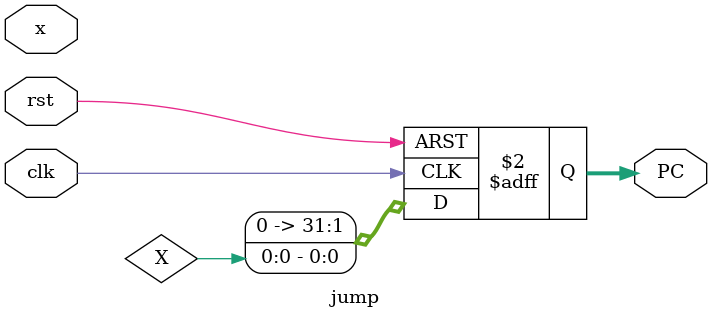
<source format=v>
module jump (
  input clk,
  input rst,

  input wire [15:0] x,
  output reg [31:0] PC
);
  always @(posedge clk or posedge rst) begin
    if (rst) begin 
      PC <= 32'b0;
    end else begin
      PC <= X;
    end
  end

endmodule
</source>
